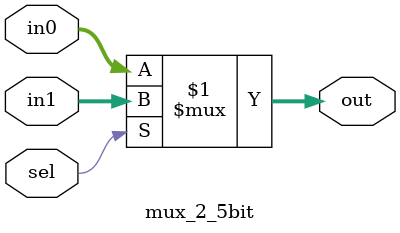
<source format=v>
module mux_2_5bit(sel, in0, in1, out);
	input sel;
	input [4:0] in0, in1;
	output [4:0] out;
	assign out = sel ? in1 : in0;
endmodule

</source>
